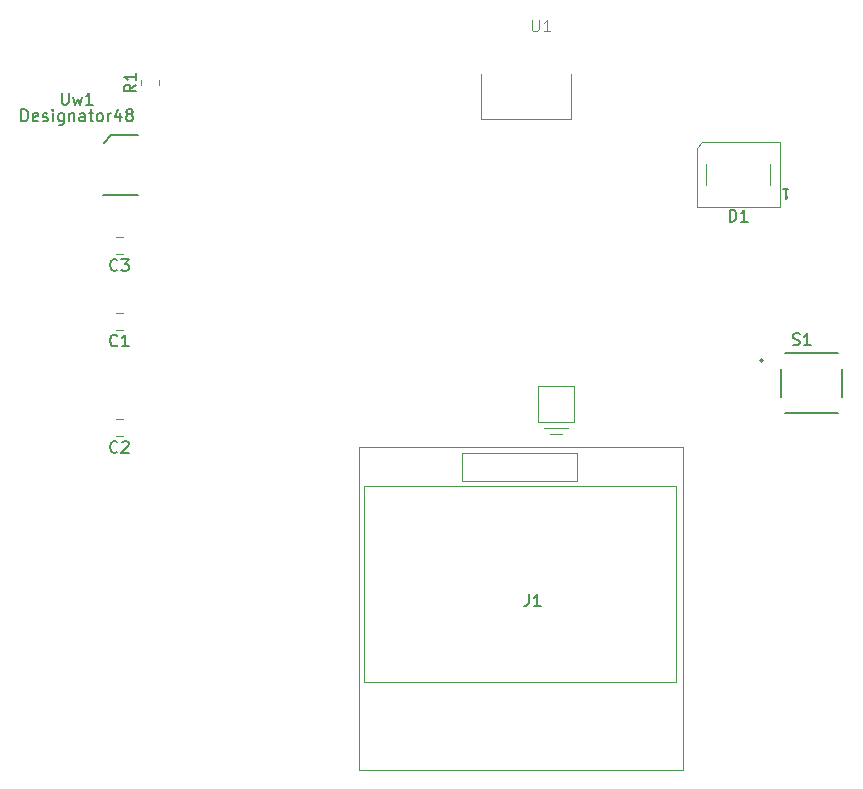
<source format=gbr>
%TF.GenerationSoftware,KiCad,Pcbnew,9.0.7*%
%TF.CreationDate,2026-02-01T17:27:13-08:00*%
%TF.ProjectId,DisplayDevice,44697370-6c61-4794-9465-766963652e6b,rev?*%
%TF.SameCoordinates,Original*%
%TF.FileFunction,Legend,Top*%
%TF.FilePolarity,Positive*%
%FSLAX46Y46*%
G04 Gerber Fmt 4.6, Leading zero omitted, Abs format (unit mm)*
G04 Created by KiCad (PCBNEW 9.0.7) date 2026-02-01 17:27:13*
%MOMM*%
%LPD*%
G01*
G04 APERTURE LIST*
%ADD10C,0.150000*%
%ADD11C,0.100000*%
%ADD12C,0.120000*%
%ADD13C,0.200000*%
%ADD14C,0.127000*%
G04 APERTURE END LIST*
D10*
X166466666Y-117904819D02*
X166466666Y-118619104D01*
X166466666Y-118619104D02*
X166419047Y-118761961D01*
X166419047Y-118761961D02*
X166323809Y-118857200D01*
X166323809Y-118857200D02*
X166180952Y-118904819D01*
X166180952Y-118904819D02*
X166085714Y-118904819D01*
X167466666Y-118904819D02*
X166895238Y-118904819D01*
X167180952Y-118904819D02*
X167180952Y-117904819D01*
X167180952Y-117904819D02*
X167085714Y-118047676D01*
X167085714Y-118047676D02*
X166990476Y-118142914D01*
X166990476Y-118142914D02*
X166895238Y-118190533D01*
X126914286Y-75454819D02*
X126914286Y-76264342D01*
X126914286Y-76264342D02*
X126961905Y-76359580D01*
X126961905Y-76359580D02*
X127009524Y-76407200D01*
X127009524Y-76407200D02*
X127104762Y-76454819D01*
X127104762Y-76454819D02*
X127295238Y-76454819D01*
X127295238Y-76454819D02*
X127390476Y-76407200D01*
X127390476Y-76407200D02*
X127438095Y-76359580D01*
X127438095Y-76359580D02*
X127485714Y-76264342D01*
X127485714Y-76264342D02*
X127485714Y-75454819D01*
X127866667Y-75788152D02*
X128057143Y-76454819D01*
X128057143Y-76454819D02*
X128247619Y-75978628D01*
X128247619Y-75978628D02*
X128438095Y-76454819D01*
X128438095Y-76454819D02*
X128628571Y-75788152D01*
X129533333Y-76454819D02*
X128961905Y-76454819D01*
X129247619Y-76454819D02*
X129247619Y-75454819D01*
X129247619Y-75454819D02*
X129152381Y-75597676D01*
X129152381Y-75597676D02*
X129057143Y-75692914D01*
X129057143Y-75692914D02*
X128961905Y-75740533D01*
X123501122Y-77863819D02*
X123501122Y-76863819D01*
X123501122Y-76863819D02*
X123739217Y-76863819D01*
X123739217Y-76863819D02*
X123882074Y-76911438D01*
X123882074Y-76911438D02*
X123977312Y-77006676D01*
X123977312Y-77006676D02*
X124024931Y-77101914D01*
X124024931Y-77101914D02*
X124072550Y-77292390D01*
X124072550Y-77292390D02*
X124072550Y-77435247D01*
X124072550Y-77435247D02*
X124024931Y-77625723D01*
X124024931Y-77625723D02*
X123977312Y-77720961D01*
X123977312Y-77720961D02*
X123882074Y-77816200D01*
X123882074Y-77816200D02*
X123739217Y-77863819D01*
X123739217Y-77863819D02*
X123501122Y-77863819D01*
X124882074Y-77816200D02*
X124786836Y-77863819D01*
X124786836Y-77863819D02*
X124596360Y-77863819D01*
X124596360Y-77863819D02*
X124501122Y-77816200D01*
X124501122Y-77816200D02*
X124453503Y-77720961D01*
X124453503Y-77720961D02*
X124453503Y-77340009D01*
X124453503Y-77340009D02*
X124501122Y-77244771D01*
X124501122Y-77244771D02*
X124596360Y-77197152D01*
X124596360Y-77197152D02*
X124786836Y-77197152D01*
X124786836Y-77197152D02*
X124882074Y-77244771D01*
X124882074Y-77244771D02*
X124929693Y-77340009D01*
X124929693Y-77340009D02*
X124929693Y-77435247D01*
X124929693Y-77435247D02*
X124453503Y-77530485D01*
X125310646Y-77816200D02*
X125405884Y-77863819D01*
X125405884Y-77863819D02*
X125596360Y-77863819D01*
X125596360Y-77863819D02*
X125691598Y-77816200D01*
X125691598Y-77816200D02*
X125739217Y-77720961D01*
X125739217Y-77720961D02*
X125739217Y-77673342D01*
X125739217Y-77673342D02*
X125691598Y-77578104D01*
X125691598Y-77578104D02*
X125596360Y-77530485D01*
X125596360Y-77530485D02*
X125453503Y-77530485D01*
X125453503Y-77530485D02*
X125358265Y-77482866D01*
X125358265Y-77482866D02*
X125310646Y-77387628D01*
X125310646Y-77387628D02*
X125310646Y-77340009D01*
X125310646Y-77340009D02*
X125358265Y-77244771D01*
X125358265Y-77244771D02*
X125453503Y-77197152D01*
X125453503Y-77197152D02*
X125596360Y-77197152D01*
X125596360Y-77197152D02*
X125691598Y-77244771D01*
X126167789Y-77863819D02*
X126167789Y-77197152D01*
X126167789Y-76863819D02*
X126120170Y-76911438D01*
X126120170Y-76911438D02*
X126167789Y-76959057D01*
X126167789Y-76959057D02*
X126215408Y-76911438D01*
X126215408Y-76911438D02*
X126167789Y-76863819D01*
X126167789Y-76863819D02*
X126167789Y-76959057D01*
X127072550Y-77197152D02*
X127072550Y-78006676D01*
X127072550Y-78006676D02*
X127024931Y-78101914D01*
X127024931Y-78101914D02*
X126977312Y-78149533D01*
X126977312Y-78149533D02*
X126882074Y-78197152D01*
X126882074Y-78197152D02*
X126739217Y-78197152D01*
X126739217Y-78197152D02*
X126643979Y-78149533D01*
X127072550Y-77816200D02*
X126977312Y-77863819D01*
X126977312Y-77863819D02*
X126786836Y-77863819D01*
X126786836Y-77863819D02*
X126691598Y-77816200D01*
X126691598Y-77816200D02*
X126643979Y-77768580D01*
X126643979Y-77768580D02*
X126596360Y-77673342D01*
X126596360Y-77673342D02*
X126596360Y-77387628D01*
X126596360Y-77387628D02*
X126643979Y-77292390D01*
X126643979Y-77292390D02*
X126691598Y-77244771D01*
X126691598Y-77244771D02*
X126786836Y-77197152D01*
X126786836Y-77197152D02*
X126977312Y-77197152D01*
X126977312Y-77197152D02*
X127072550Y-77244771D01*
X127548741Y-77197152D02*
X127548741Y-77863819D01*
X127548741Y-77292390D02*
X127596360Y-77244771D01*
X127596360Y-77244771D02*
X127691598Y-77197152D01*
X127691598Y-77197152D02*
X127834455Y-77197152D01*
X127834455Y-77197152D02*
X127929693Y-77244771D01*
X127929693Y-77244771D02*
X127977312Y-77340009D01*
X127977312Y-77340009D02*
X127977312Y-77863819D01*
X128882074Y-77863819D02*
X128882074Y-77340009D01*
X128882074Y-77340009D02*
X128834455Y-77244771D01*
X128834455Y-77244771D02*
X128739217Y-77197152D01*
X128739217Y-77197152D02*
X128548741Y-77197152D01*
X128548741Y-77197152D02*
X128453503Y-77244771D01*
X128882074Y-77816200D02*
X128786836Y-77863819D01*
X128786836Y-77863819D02*
X128548741Y-77863819D01*
X128548741Y-77863819D02*
X128453503Y-77816200D01*
X128453503Y-77816200D02*
X128405884Y-77720961D01*
X128405884Y-77720961D02*
X128405884Y-77625723D01*
X128405884Y-77625723D02*
X128453503Y-77530485D01*
X128453503Y-77530485D02*
X128548741Y-77482866D01*
X128548741Y-77482866D02*
X128786836Y-77482866D01*
X128786836Y-77482866D02*
X128882074Y-77435247D01*
X129215408Y-77197152D02*
X129596360Y-77197152D01*
X129358265Y-76863819D02*
X129358265Y-77720961D01*
X129358265Y-77720961D02*
X129405884Y-77816200D01*
X129405884Y-77816200D02*
X129501122Y-77863819D01*
X129501122Y-77863819D02*
X129596360Y-77863819D01*
X130072551Y-77863819D02*
X129977313Y-77816200D01*
X129977313Y-77816200D02*
X129929694Y-77768580D01*
X129929694Y-77768580D02*
X129882075Y-77673342D01*
X129882075Y-77673342D02*
X129882075Y-77387628D01*
X129882075Y-77387628D02*
X129929694Y-77292390D01*
X129929694Y-77292390D02*
X129977313Y-77244771D01*
X129977313Y-77244771D02*
X130072551Y-77197152D01*
X130072551Y-77197152D02*
X130215408Y-77197152D01*
X130215408Y-77197152D02*
X130310646Y-77244771D01*
X130310646Y-77244771D02*
X130358265Y-77292390D01*
X130358265Y-77292390D02*
X130405884Y-77387628D01*
X130405884Y-77387628D02*
X130405884Y-77673342D01*
X130405884Y-77673342D02*
X130358265Y-77768580D01*
X130358265Y-77768580D02*
X130310646Y-77816200D01*
X130310646Y-77816200D02*
X130215408Y-77863819D01*
X130215408Y-77863819D02*
X130072551Y-77863819D01*
X130834456Y-77863819D02*
X130834456Y-77197152D01*
X130834456Y-77387628D02*
X130882075Y-77292390D01*
X130882075Y-77292390D02*
X130929694Y-77244771D01*
X130929694Y-77244771D02*
X131024932Y-77197152D01*
X131024932Y-77197152D02*
X131120170Y-77197152D01*
X131882075Y-77197152D02*
X131882075Y-77863819D01*
X131643980Y-76816200D02*
X131405885Y-77530485D01*
X131405885Y-77530485D02*
X132024932Y-77530485D01*
X132548742Y-77292390D02*
X132453504Y-77244771D01*
X132453504Y-77244771D02*
X132405885Y-77197152D01*
X132405885Y-77197152D02*
X132358266Y-77101914D01*
X132358266Y-77101914D02*
X132358266Y-77054295D01*
X132358266Y-77054295D02*
X132405885Y-76959057D01*
X132405885Y-76959057D02*
X132453504Y-76911438D01*
X132453504Y-76911438D02*
X132548742Y-76863819D01*
X132548742Y-76863819D02*
X132739218Y-76863819D01*
X132739218Y-76863819D02*
X132834456Y-76911438D01*
X132834456Y-76911438D02*
X132882075Y-76959057D01*
X132882075Y-76959057D02*
X132929694Y-77054295D01*
X132929694Y-77054295D02*
X132929694Y-77101914D01*
X132929694Y-77101914D02*
X132882075Y-77197152D01*
X132882075Y-77197152D02*
X132834456Y-77244771D01*
X132834456Y-77244771D02*
X132739218Y-77292390D01*
X132739218Y-77292390D02*
X132548742Y-77292390D01*
X132548742Y-77292390D02*
X132453504Y-77340009D01*
X132453504Y-77340009D02*
X132405885Y-77387628D01*
X132405885Y-77387628D02*
X132358266Y-77482866D01*
X132358266Y-77482866D02*
X132358266Y-77673342D01*
X132358266Y-77673342D02*
X132405885Y-77768580D01*
X132405885Y-77768580D02*
X132453504Y-77816200D01*
X132453504Y-77816200D02*
X132548742Y-77863819D01*
X132548742Y-77863819D02*
X132739218Y-77863819D01*
X132739218Y-77863819D02*
X132834456Y-77816200D01*
X132834456Y-77816200D02*
X132882075Y-77768580D01*
X132882075Y-77768580D02*
X132929694Y-77673342D01*
X132929694Y-77673342D02*
X132929694Y-77482866D01*
X132929694Y-77482866D02*
X132882075Y-77387628D01*
X132882075Y-77387628D02*
X132834456Y-77340009D01*
X132834456Y-77340009D02*
X132739218Y-77292390D01*
X131633333Y-90439580D02*
X131585714Y-90487200D01*
X131585714Y-90487200D02*
X131442857Y-90534819D01*
X131442857Y-90534819D02*
X131347619Y-90534819D01*
X131347619Y-90534819D02*
X131204762Y-90487200D01*
X131204762Y-90487200D02*
X131109524Y-90391961D01*
X131109524Y-90391961D02*
X131061905Y-90296723D01*
X131061905Y-90296723D02*
X131014286Y-90106247D01*
X131014286Y-90106247D02*
X131014286Y-89963390D01*
X131014286Y-89963390D02*
X131061905Y-89772914D01*
X131061905Y-89772914D02*
X131109524Y-89677676D01*
X131109524Y-89677676D02*
X131204762Y-89582438D01*
X131204762Y-89582438D02*
X131347619Y-89534819D01*
X131347619Y-89534819D02*
X131442857Y-89534819D01*
X131442857Y-89534819D02*
X131585714Y-89582438D01*
X131585714Y-89582438D02*
X131633333Y-89630057D01*
X131966667Y-89534819D02*
X132585714Y-89534819D01*
X132585714Y-89534819D02*
X132252381Y-89915771D01*
X132252381Y-89915771D02*
X132395238Y-89915771D01*
X132395238Y-89915771D02*
X132490476Y-89963390D01*
X132490476Y-89963390D02*
X132538095Y-90011009D01*
X132538095Y-90011009D02*
X132585714Y-90106247D01*
X132585714Y-90106247D02*
X132585714Y-90344342D01*
X132585714Y-90344342D02*
X132538095Y-90439580D01*
X132538095Y-90439580D02*
X132490476Y-90487200D01*
X132490476Y-90487200D02*
X132395238Y-90534819D01*
X132395238Y-90534819D02*
X132109524Y-90534819D01*
X132109524Y-90534819D02*
X132014286Y-90487200D01*
X132014286Y-90487200D02*
X131966667Y-90439580D01*
X183461905Y-86354819D02*
X183461905Y-85354819D01*
X183461905Y-85354819D02*
X183700000Y-85354819D01*
X183700000Y-85354819D02*
X183842857Y-85402438D01*
X183842857Y-85402438D02*
X183938095Y-85497676D01*
X183938095Y-85497676D02*
X183985714Y-85592914D01*
X183985714Y-85592914D02*
X184033333Y-85783390D01*
X184033333Y-85783390D02*
X184033333Y-85926247D01*
X184033333Y-85926247D02*
X183985714Y-86116723D01*
X183985714Y-86116723D02*
X183938095Y-86211961D01*
X183938095Y-86211961D02*
X183842857Y-86307200D01*
X183842857Y-86307200D02*
X183700000Y-86354819D01*
X183700000Y-86354819D02*
X183461905Y-86354819D01*
X184985714Y-86354819D02*
X184414286Y-86354819D01*
X184700000Y-86354819D02*
X184700000Y-85354819D01*
X184700000Y-85354819D02*
X184604762Y-85497676D01*
X184604762Y-85497676D02*
X184509524Y-85592914D01*
X184509524Y-85592914D02*
X184414286Y-85640533D01*
X187971428Y-83637704D02*
X188428571Y-83637704D01*
X188199999Y-83637704D02*
X188199999Y-84437704D01*
X188199999Y-84437704D02*
X188276190Y-84323419D01*
X188276190Y-84323419D02*
X188352380Y-84247228D01*
X188352380Y-84247228D02*
X188428571Y-84209133D01*
X133204819Y-74766666D02*
X132728628Y-75099999D01*
X133204819Y-75338094D02*
X132204819Y-75338094D01*
X132204819Y-75338094D02*
X132204819Y-74957142D01*
X132204819Y-74957142D02*
X132252438Y-74861904D01*
X132252438Y-74861904D02*
X132300057Y-74814285D01*
X132300057Y-74814285D02*
X132395295Y-74766666D01*
X132395295Y-74766666D02*
X132538152Y-74766666D01*
X132538152Y-74766666D02*
X132633390Y-74814285D01*
X132633390Y-74814285D02*
X132681009Y-74861904D01*
X132681009Y-74861904D02*
X132728628Y-74957142D01*
X132728628Y-74957142D02*
X132728628Y-75338094D01*
X133204819Y-73814285D02*
X133204819Y-74385713D01*
X133204819Y-74099999D02*
X132204819Y-74099999D01*
X132204819Y-74099999D02*
X132347676Y-74195237D01*
X132347676Y-74195237D02*
X132442914Y-74290475D01*
X132442914Y-74290475D02*
X132490533Y-74385713D01*
X131633333Y-105839580D02*
X131585714Y-105887200D01*
X131585714Y-105887200D02*
X131442857Y-105934819D01*
X131442857Y-105934819D02*
X131347619Y-105934819D01*
X131347619Y-105934819D02*
X131204762Y-105887200D01*
X131204762Y-105887200D02*
X131109524Y-105791961D01*
X131109524Y-105791961D02*
X131061905Y-105696723D01*
X131061905Y-105696723D02*
X131014286Y-105506247D01*
X131014286Y-105506247D02*
X131014286Y-105363390D01*
X131014286Y-105363390D02*
X131061905Y-105172914D01*
X131061905Y-105172914D02*
X131109524Y-105077676D01*
X131109524Y-105077676D02*
X131204762Y-104982438D01*
X131204762Y-104982438D02*
X131347619Y-104934819D01*
X131347619Y-104934819D02*
X131442857Y-104934819D01*
X131442857Y-104934819D02*
X131585714Y-104982438D01*
X131585714Y-104982438D02*
X131633333Y-105030057D01*
X132014286Y-105030057D02*
X132061905Y-104982438D01*
X132061905Y-104982438D02*
X132157143Y-104934819D01*
X132157143Y-104934819D02*
X132395238Y-104934819D01*
X132395238Y-104934819D02*
X132490476Y-104982438D01*
X132490476Y-104982438D02*
X132538095Y-105030057D01*
X132538095Y-105030057D02*
X132585714Y-105125295D01*
X132585714Y-105125295D02*
X132585714Y-105220533D01*
X132585714Y-105220533D02*
X132538095Y-105363390D01*
X132538095Y-105363390D02*
X131966667Y-105934819D01*
X131966667Y-105934819D02*
X132585714Y-105934819D01*
X188813095Y-96772200D02*
X188955952Y-96819819D01*
X188955952Y-96819819D02*
X189194047Y-96819819D01*
X189194047Y-96819819D02*
X189289285Y-96772200D01*
X189289285Y-96772200D02*
X189336904Y-96724580D01*
X189336904Y-96724580D02*
X189384523Y-96629342D01*
X189384523Y-96629342D02*
X189384523Y-96534104D01*
X189384523Y-96534104D02*
X189336904Y-96438866D01*
X189336904Y-96438866D02*
X189289285Y-96391247D01*
X189289285Y-96391247D02*
X189194047Y-96343628D01*
X189194047Y-96343628D02*
X189003571Y-96296009D01*
X189003571Y-96296009D02*
X188908333Y-96248390D01*
X188908333Y-96248390D02*
X188860714Y-96200771D01*
X188860714Y-96200771D02*
X188813095Y-96105533D01*
X188813095Y-96105533D02*
X188813095Y-96010295D01*
X188813095Y-96010295D02*
X188860714Y-95915057D01*
X188860714Y-95915057D02*
X188908333Y-95867438D01*
X188908333Y-95867438D02*
X189003571Y-95819819D01*
X189003571Y-95819819D02*
X189241666Y-95819819D01*
X189241666Y-95819819D02*
X189384523Y-95867438D01*
X190336904Y-96819819D02*
X189765476Y-96819819D01*
X190051190Y-96819819D02*
X190051190Y-95819819D01*
X190051190Y-95819819D02*
X189955952Y-95962676D01*
X189955952Y-95962676D02*
X189860714Y-96057914D01*
X189860714Y-96057914D02*
X189765476Y-96105533D01*
X131633333Y-96839580D02*
X131585714Y-96887200D01*
X131585714Y-96887200D02*
X131442857Y-96934819D01*
X131442857Y-96934819D02*
X131347619Y-96934819D01*
X131347619Y-96934819D02*
X131204762Y-96887200D01*
X131204762Y-96887200D02*
X131109524Y-96791961D01*
X131109524Y-96791961D02*
X131061905Y-96696723D01*
X131061905Y-96696723D02*
X131014286Y-96506247D01*
X131014286Y-96506247D02*
X131014286Y-96363390D01*
X131014286Y-96363390D02*
X131061905Y-96172914D01*
X131061905Y-96172914D02*
X131109524Y-96077676D01*
X131109524Y-96077676D02*
X131204762Y-95982438D01*
X131204762Y-95982438D02*
X131347619Y-95934819D01*
X131347619Y-95934819D02*
X131442857Y-95934819D01*
X131442857Y-95934819D02*
X131585714Y-95982438D01*
X131585714Y-95982438D02*
X131633333Y-96030057D01*
X132585714Y-96934819D02*
X132014286Y-96934819D01*
X132300000Y-96934819D02*
X132300000Y-95934819D01*
X132300000Y-95934819D02*
X132204762Y-96077676D01*
X132204762Y-96077676D02*
X132109524Y-96172914D01*
X132109524Y-96172914D02*
X132014286Y-96220533D01*
D11*
X166708095Y-69257419D02*
X166708095Y-70066942D01*
X166708095Y-70066942D02*
X166755714Y-70162180D01*
X166755714Y-70162180D02*
X166803333Y-70209800D01*
X166803333Y-70209800D02*
X166898571Y-70257419D01*
X166898571Y-70257419D02*
X167089047Y-70257419D01*
X167089047Y-70257419D02*
X167184285Y-70209800D01*
X167184285Y-70209800D02*
X167231904Y-70162180D01*
X167231904Y-70162180D02*
X167279523Y-70066942D01*
X167279523Y-70066942D02*
X167279523Y-69257419D01*
X168279523Y-70257419D02*
X167708095Y-70257419D01*
X167993809Y-70257419D02*
X167993809Y-69257419D01*
X167993809Y-69257419D02*
X167898571Y-69400276D01*
X167898571Y-69400276D02*
X167803333Y-69495514D01*
X167803333Y-69495514D02*
X167708095Y-69543133D01*
D12*
%TO.C,J1*%
X152100000Y-105450000D02*
X179500000Y-105450000D01*
X152100000Y-132750000D02*
X152100000Y-105450000D01*
X152522000Y-108745000D02*
X175622000Y-108745000D01*
X152522000Y-125345000D02*
X152522000Y-108745000D01*
X160801000Y-105939000D02*
X160801000Y-108352000D01*
X160801000Y-105939000D02*
X170580000Y-105939000D01*
X170580000Y-105939000D02*
X170580000Y-108352000D01*
X170580000Y-108352000D02*
X160801000Y-108352000D01*
X175622000Y-108745000D02*
X178708000Y-108745000D01*
X175622000Y-125345000D02*
X152522000Y-125345000D01*
X175622000Y-125345000D02*
X178962000Y-125370000D01*
X178962000Y-108733000D02*
X178708000Y-108745000D01*
X178962000Y-125370000D02*
X178962000Y-108733000D01*
X179500000Y-105450000D02*
X179500000Y-132750000D01*
X179500000Y-132750000D02*
X152100000Y-132750000D01*
D13*
%TO.C,Uw1*%
X130399999Y-84150000D02*
X133399999Y-84150000D01*
X130474998Y-79675000D02*
X131099998Y-79050000D01*
X131099998Y-79050000D02*
X133399999Y-79050000D01*
D12*
%TO.C,C3*%
X132061252Y-87665000D02*
X131538748Y-87665000D01*
X132061252Y-89135000D02*
X131538748Y-89135000D01*
%TO.C,D1*%
X180700000Y-80100000D02*
X180700000Y-85150000D01*
X181150000Y-79650000D02*
X180700000Y-80100000D01*
X181500000Y-81500000D02*
X181500000Y-83300000D01*
X186900000Y-81500000D02*
X186900000Y-83300000D01*
X187700000Y-79650000D02*
X181150000Y-79650000D01*
X187700000Y-85150000D02*
X180700000Y-85150000D01*
X187700000Y-85150000D02*
X187700000Y-79650000D01*
%TO.C,R1*%
X133665000Y-74827064D02*
X133665000Y-74372936D01*
X135135000Y-74827064D02*
X135135000Y-74372936D01*
%TO.C,C2*%
X132061252Y-103065000D02*
X131538748Y-103065000D01*
X132061252Y-104535000D02*
X131538748Y-104535000D01*
D14*
%TO.C,S1*%
X187850000Y-98820000D02*
X187850000Y-101180000D01*
X192650000Y-97450000D02*
X188150000Y-97450000D01*
X192650000Y-102550000D02*
X188150000Y-102550000D01*
X192950000Y-101180000D02*
X192950000Y-98820000D01*
D13*
X186250000Y-98125000D02*
G75*
G02*
X186050000Y-98125000I-100000J0D01*
G01*
X186050000Y-98125000D02*
G75*
G02*
X186250000Y-98125000I100000J0D01*
G01*
D12*
%TO.C,C1*%
X132061252Y-94065000D02*
X131538748Y-94065000D01*
X132061252Y-95535000D02*
X131538748Y-95535000D01*
D11*
%TO.C,U1*%
X170264000Y-103304000D02*
X167216000Y-103304000D01*
X170264000Y-100256000D02*
X170264000Y-103304000D01*
X170010000Y-77650000D02*
X170010000Y-73840000D01*
X168232000Y-104320000D02*
X169248000Y-104320000D01*
X167724000Y-103812000D02*
X169756000Y-103812000D01*
X167216000Y-103304000D02*
X167216000Y-100256000D01*
X167216000Y-100256000D02*
X170264000Y-100256000D01*
X162390000Y-77650000D02*
X170010000Y-77650000D01*
X162390000Y-73840000D02*
X162390000Y-77650000D01*
%TD*%
M02*

</source>
